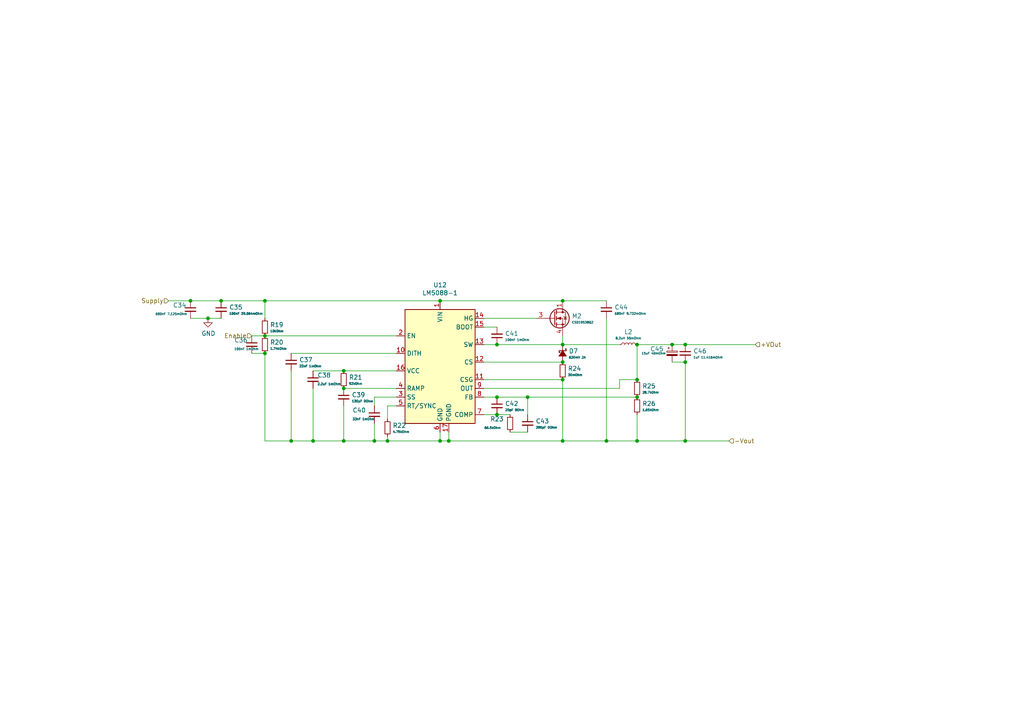
<source format=kicad_sch>
(kicad_sch (version 20211123) (generator eeschema)
  (paper "A4")
  (lib_symbols
    (symbol "Device:CP_Small" (pin_numbers hide) (pin_names (offset 0.254) hide)
      (property "Reference" "C" (at 0.254 1.778 0))
      (property "Value" "Device_CP_Small" (at 0.254 -2.032 0))
      (symbol "CP_Small_0_1"
        (rectangle (start -1.524 -0.3048) (end 1.524 -0.6858) (fill (type outline)))
        (rectangle (start -1.524 0.6858) (end 1.524 0.3048))
        (polyline (pts (xy -1.27 1.524) (xy -0.762 1.524)))
        (polyline (pts (xy -1.016 1.27) (xy -1.016 1.778)))
      )
      (symbol "CP_Small_1_1"
        (pin passive line (at 0 2.54 270) (length 1.8542) (name "~") (number "1"))
        (pin passive line (at 0 -2.54 90) (length 1.8542) (name "~") (number "2"))
      )
    )
    (symbol "Device:C_Small" (pin_numbers hide) (pin_names (offset 0.254) hide)
      (property "Reference" "C" (at 0.254 1.778 0))
      (property "Value" "C_Small" (at 0.254 -2.032 0))
      (symbol "C_Small_0_1"
        (polyline (pts (xy -1.524 -0.508) (xy 1.524 -0.508)) (stroke (width 0.3302)))
        (polyline (pts (xy -1.524 0.508) (xy 1.524 0.508)) (stroke (width 0.3048)))
      )
      (symbol "C_Small_1_1"
        (pin passive line (at 0 2.54 270) (length 2.032) (name "~") (number "1"))
        (pin passive line (at 0 -2.54 90) (length 2.032) (name "~") (number "2"))
      )
    )
    (symbol "Device:D_Schottky_Small_ALT" (pin_numbers hide) (pin_names (offset 0.254) hide)
      (property "Reference" "D" (at -1.27 2.032 0))
      (property "Value" "Device_D_Schottky_Small_ALT" (at -7.112 -2.032 0))
      (symbol "D_Schottky_Small_ALT_0_1"
        (polyline (pts (xy -0.762 0) (xy 0.762 0)))
        (polyline (pts (xy 0.762 -1.016) (xy -0.762 0) (xy 0.762 1.016) (xy 0.762 -1.016)) (stroke (width 0.254)) (fill (type outline)))
        (polyline (pts (xy -1.27 0.762) (xy -1.27 1.016) (xy -0.762 1.016) (xy -0.762 -1.016) (xy -0.254 -1.016) (xy -0.254 -0.762)) (stroke (width 0.254)))
      )
      (symbol "D_Schottky_Small_ALT_1_1"
        (pin passive line (at -2.54 0 0) (length 1.778) (name "K") (number "1"))
        (pin passive line (at 2.54 0 180) (length 1.778) (name "A") (number "2"))
      )
    )
    (symbol "Device:L_Small" (pin_numbers hide) (pin_names (offset 0.254) hide)
      (property "Reference" "L" (at 0.762 1.016 0))
      (property "Value" "L_Small" (at 0.762 -1.016 0))
      (symbol "L_Small_0_1"
        (arc (start 0 -2.032) (mid 0.508 -1.524) (end 0 -1.016))
        (arc (start 0 -1.016) (mid 0.508 -0.508) (end 0 0))
        (arc (start 0 0) (mid 0.508 0.508) (end 0 1.016))
        (arc (start 0 1.016) (mid 0.508 1.524) (end 0 2.032))
      )
      (symbol "L_Small_1_1"
        (pin passive line (at 0 2.54 270) (length 0.508) (name "~") (number "1"))
        (pin passive line (at 0 -2.54 90) (length 0.508) (name "~") (number "2"))
      )
    )
    (symbol "Device:R_Small" (pin_numbers hide) (pin_names (offset 0.254) hide)
      (property "Reference" "R" (at 0.762 0.508 0))
      (property "Value" "R_Small" (at 0.762 -1.016 0))
      (symbol "R_Small_0_1"
        (rectangle (start -0.762 1.778) (end 0.762 -1.778) (stroke (width 0.2032)))
      )
      (symbol "R_Small_1_1"
        (pin passive line (at 0 2.54 270) (length 0.762) (name "~") (number "1"))
        (pin passive line (at 0 -2.54 90) (length 0.762) (name "~") (number "2"))
      )
    )
    (symbol "Regulator_Switching:LM5088-1"
      (property "Reference" "U" (at -8.89 16.51 0))
      (property "Value" "LM5088-1" (at 6.35 16.51 0))
      (symbol "LM5088-1_0_1"
        (rectangle (start -10.16 15.24) (end 10.16 -17.78) (stroke (width 0.254)) (fill (type background)))
      )
      (symbol "LM5088-1_1_1"
        (pin power_in line (at 0 17.78 270) (length 2.54) (name "VIN") (number "1"))
        (pin passive line (at -12.7 2.54 0) (length 2.54) (name "DITH") (number "10"))
        (pin passive line (at 12.7 -5.08 180) (length 2.54) (name "CSG") (number "11"))
        (pin input line (at 12.7 0 180) (length 2.54) (name "CS") (number "12"))
        (pin output line (at 12.7 5.08 180) (length 2.54) (name "SW") (number "13"))
        (pin output line (at 12.7 12.7 180) (length 2.54) (name "HG") (number "14"))
        (pin passive line (at 12.7 10.16 180) (length 2.54) (name "BOOT") (number "15"))
        (pin power_out line (at -12.7 -2.54 0) (length 2.54) (name "VCC") (number "16"))
        (pin passive line (at 2.54 -20.32 90) (length 2.54) (name "PGND") (number "17"))
        (pin input line (at -12.7 7.62 0) (length 2.54) (name "EN") (number "2"))
        (pin input line (at -12.7 -10.16 0) (length 2.54) (name "SS") (number "3"))
        (pin passive line (at -12.7 -7.62 0) (length 2.54) (name "RAMP") (number "4"))
        (pin passive line (at -12.7 -12.7 0) (length 2.54) (name "RT/SYNC") (number "5"))
        (pin power_in line (at 0 -20.32 90) (length 2.54) (name "GND") (number "6"))
        (pin passive line (at 12.7 -15.24 180) (length 2.54) (name "COMP") (number "7"))
        (pin input line (at 12.7 -10.16 180) (length 2.54) (name "FB") (number "8"))
        (pin input line (at 12.7 -7.62 180) (length 2.54) (name "OUT") (number "9"))
      )
    )
    (symbol "Transistor_FET:CSD16301Q2" (pin_names hide)
      (property "Reference" "Q" (at 5.08 1.905 0))
      (property "Value" "CSD16301Q2" (at 5.08 0 0))
      (symbol "CSD16301Q2_0_1"
        (polyline (pts (xy 0.254 0) (xy -2.54 0)))
        (polyline (pts (xy 0.254 1.905) (xy 0.254 -1.905)) (stroke (width 0.254)))
        (polyline (pts (xy 0.762 -1.27) (xy 0.762 -2.286)) (stroke (width 0.254)))
        (polyline (pts (xy 0.762 0.508) (xy 0.762 -0.508)) (stroke (width 0.254)))
        (polyline (pts (xy 0.762 2.286) (xy 0.762 1.27)) (stroke (width 0.254)))
        (polyline (pts (xy 2.54 2.54) (xy 2.54 1.778)))
        (polyline (pts (xy 2.54 -2.54) (xy 2.54 0) (xy 0.762 0)))
        (polyline (pts (xy 0.762 -1.778) (xy 3.302 -1.778) (xy 3.302 1.778) (xy 0.762 1.778)))
        (polyline (pts (xy 1.016 0) (xy 2.032 0.381) (xy 2.032 -0.381) (xy 1.016 0)) (fill (type outline)))
        (polyline (pts (xy 2.794 0.508) (xy 2.921 0.381) (xy 3.683 0.381) (xy 3.81 0.254)))
        (polyline (pts (xy 3.302 0.381) (xy 2.921 -0.254) (xy 3.683 -0.254) (xy 3.302 0.381)))
        (circle (center 1.651 0) (radius 2.794) (stroke (width 0.254)))
        (circle (center 2.54 -1.778) (radius 0.254) (fill (type outline)))
        (circle (center 2.54 1.778) (radius 0.254) (fill (type outline)))
      )
      (symbol "CSD16301Q2_1_1"
        (pin passive line (at 2.54 5.08 270) (length 2.54) (name "D") (number "1"))
        (pin passive line (at 2.54 5.08 270) (length 2.54) hide (name "D") (number "2"))
        (pin passive line (at -5.08 0 0) (length 2.54) (name "G") (number "3"))
        (pin passive line (at 2.54 -5.08 90) (length 2.54) (name "S") (number "4"))
        (pin passive line (at 2.54 5.08 270) (length 2.54) hide (name "D") (number "5"))
        (pin passive line (at 2.54 5.08 270) (length 2.54) hide (name "D") (number "6"))
        (pin passive line (at 2.54 -5.08 90) (length 2.54) hide (name "S") (number "7"))
        (pin passive line (at 2.54 5.08 270) (length 2.54) hide (name "D") (number "8"))
      )
    )
    (symbol "power:GND" (power) (pin_names (offset 0))
      (property "Value" "GND" (at 0 -3.81 0))
      (symbol "GND_0_1"
        (polyline (pts (xy 0 0) (xy 0 -1.27) (xy 1.27 -1.27) (xy 0 -2.54) (xy -1.27 -1.27) (xy 0 -1.27)))
      )
      (symbol "GND_1_1"
        (pin power_in line (at 0 0 270) (length 0) hide (name "GND") (number "1"))
      )
    )
  )
  (junction (at 99.695 112.649))
  (junction (at 108.585 127.889))
  (junction (at 55.245 87.249))
  (junction (at 163.195 87.249))
  (junction (at 76.835 102.489))
  (junction (at 76.835 97.409))
  (junction (at 184.785 115.189))
  (junction (at 144.145 115.189))
  (junction (at 112.395 127.889))
  (junction (at 184.785 110.109))
  (junction (at 184.785 127.889))
  (junction (at 127.635 127.889))
  (junction (at 99.695 107.569))
  (junction (at 198.755 105.029))
  (junction (at 175.895 127.889))
  (junction (at 60.325 92.329))
  (junction (at 64.135 87.249))
  (junction (at 184.785 99.949))
  (junction (at 163.195 105.029))
  (junction (at 194.945 99.949))
  (junction (at 99.695 127.889))
  (junction (at 163.195 99.949))
  (junction (at 144.145 99.949))
  (junction (at 163.195 110.109))
  (junction (at 198.755 127.889))
  (junction (at 127.635 87.249))
  (junction (at 90.805 127.889))
  (junction (at 84.455 127.889))
  (junction (at 76.835 87.249))
  (junction (at 163.195 127.889))
  (junction (at 130.175 127.889))
  (junction (at 153.035 115.189))
  (junction (at 198.755 99.949))
  (junction (at 144.145 120.269))
  (wire (pts (xy 144.145 115.189) (xy 153.035 115.189)))
  (wire (pts (xy 114.935 117.729) (xy 112.395 117.729)))
  (wire (pts (xy 184.785 120.269) (xy 184.785 127.889)))
  (wire (pts (xy 76.835 87.249) (xy 127.635 87.249)))
  (wire (pts (xy 99.695 117.729) (xy 99.695 127.889)))
  (wire (pts (xy 144.145 115.189) (xy 140.335 115.189)))
  (wire (pts (xy 198.755 105.029) (xy 198.755 127.889)))
  (wire (pts (xy 163.195 97.409) (xy 163.195 99.949)))
  (wire (pts (xy 60.325 92.329) (xy 64.135 92.329)))
  (wire (pts (xy 198.755 99.949) (xy 219.075 99.949)))
  (wire (pts (xy 99.695 107.569) (xy 90.805 107.569)))
  (wire (pts (xy 175.895 127.889) (xy 163.195 127.889)))
  (wire (pts (xy 112.395 117.729) (xy 112.395 121.539)))
  (wire (pts (xy 184.785 99.949) (xy 194.945 99.949)))
  (wire (pts (xy 163.195 99.949) (xy 179.705 99.949)))
  (wire (pts (xy 184.785 127.889) (xy 198.755 127.889)))
  (wire (pts (xy 55.245 92.329) (xy 60.325 92.329)))
  (wire (pts (xy 130.175 127.889) (xy 127.635 127.889)))
  (wire (pts (xy 114.935 107.569) (xy 99.695 107.569)))
  (wire (pts (xy 76.835 102.489) (xy 76.835 127.889)))
  (wire (pts (xy 108.585 127.889) (xy 99.695 127.889)))
  (wire (pts (xy 127.635 127.889) (xy 112.395 127.889)))
  (wire (pts (xy 76.835 97.409) (xy 114.935 97.409)))
  (wire (pts (xy 140.335 92.329) (xy 155.575 92.329)))
  (wire (pts (xy 127.635 125.349) (xy 127.635 127.889)))
  (wire (pts (xy 163.195 87.249) (xy 175.895 87.249)))
  (wire (pts (xy 184.785 110.109) (xy 179.705 110.109)))
  (wire (pts (xy 175.895 92.329) (xy 175.895 127.889)))
  (wire (pts (xy 175.895 127.889) (xy 184.785 127.889)))
  (wire (pts (xy 163.195 110.109) (xy 163.195 127.889)))
  (wire (pts (xy 140.335 120.269) (xy 144.145 120.269)))
  (wire (pts (xy 114.935 115.189) (xy 108.585 115.189)))
  (wire (pts (xy 99.695 127.889) (xy 90.805 127.889)))
  (wire (pts (xy 76.835 87.249) (xy 64.135 87.249)))
  (wire (pts (xy 147.955 125.349) (xy 153.035 125.349)))
  (wire (pts (xy 112.395 127.889) (xy 108.585 127.889)))
  (wire (pts (xy 114.935 112.649) (xy 99.695 112.649)))
  (wire (pts (xy 84.455 127.889) (xy 76.835 127.889)))
  (wire (pts (xy 163.195 127.889) (xy 130.175 127.889)))
  (wire (pts (xy 140.335 94.869) (xy 144.145 94.869)))
  (wire (pts (xy 194.945 105.029) (xy 198.755 105.029)))
  (wire (pts (xy 153.035 115.189) (xy 184.785 115.189)))
  (wire (pts (xy 55.245 87.249) (xy 48.895 87.249)))
  (wire (pts (xy 130.175 125.349) (xy 130.175 127.889)))
  (wire (pts (xy 64.135 87.249) (xy 55.245 87.249)))
  (wire (pts (xy 108.585 115.189) (xy 108.585 117.729)))
  (wire (pts (xy 108.585 122.809) (xy 108.585 127.889)))
  (wire (pts (xy 153.035 115.189) (xy 153.035 120.269)))
  (wire (pts (xy 90.805 112.649) (xy 90.805 127.889)))
  (wire (pts (xy 84.455 107.569) (xy 84.455 127.889)))
  (wire (pts (xy 194.945 99.949) (xy 198.755 99.949)))
  (wire (pts (xy 76.835 92.329) (xy 76.835 87.249)))
  (wire (pts (xy 112.395 126.619) (xy 112.395 127.889)))
  (wire (pts (xy 90.805 127.889) (xy 84.455 127.889)))
  (wire (pts (xy 140.335 112.649) (xy 179.705 112.649)))
  (wire (pts (xy 179.705 110.109) (xy 179.705 112.649)))
  (wire (pts (xy 184.785 99.949) (xy 184.785 110.109)))
  (wire (pts (xy 144.145 99.949) (xy 163.195 99.949)))
  (wire (pts (xy 73.025 97.409) (xy 76.835 97.409)))
  (wire (pts (xy 144.145 120.269) (xy 147.955 120.269)))
  (wire (pts (xy 198.755 127.889) (xy 211.455 127.889)))
  (wire (pts (xy 140.335 105.029) (xy 163.195 105.029)))
  (wire (pts (xy 140.335 99.949) (xy 144.145 99.949)))
  (wire (pts (xy 73.025 102.489) (xy 76.835 102.489)))
  (wire (pts (xy 84.455 102.489) (xy 114.935 102.489)))
  (wire (pts (xy 163.195 87.249) (xy 127.635 87.249)))
  (wire (pts (xy 140.335 110.109) (xy 163.195 110.109)))
  (hierarchical_label "Enable" (shape input) (at 73.025 97.409 180))
  (hierarchical_label "+VOut" (shape input) (at 219.075 99.949 0))
  (hierarchical_label "Supply" (shape input) (at 48.895 87.249 180))
  (hierarchical_label "-Vout" (shape input) (at 211.455 127.889 0))
  (symbol (lib_id "Regulator_Switching:LM5088-1") (at 127.635 105.029 0) (unit 1)
    (property "Reference" "U12" (at 127.635 82.6516 0))
    (property "Value" "LM5088-1" (at 127.635 84.963 0))
    (property "Footprint" "Package_SO:HTSSOP-16-1EP_4.4x5mm_P0.65mm_EP3.4x5mm_Mask3x3mm_ThermalVias" (effects hide))
    (property "Datasheet" "http://www.ti.com/lit/ds/symlink/lm5088.pdf" (effects hide))
    (property "Webench Reference" "U1" (effects hide))
  )
  (symbol (lib_id "Device:C_Small") (at 55.245 89.789 0) (unit 1)
    (property "Reference" "C34" (at 50.165 88.519 0) (effects (justify left)))
    (property "Value" "680nF 7.125mOhm" (at 45.085 91.059 0) (effects (font (size 0.635 0.635)) (justify left)))
    (property "Footprint" "Capacitor_SMD:C_0805_2012Metric_Pad1.18x1.45mm_HandSolder" (effects hide))
    (property "Webench Reference" "Cin" (effects hide))
  )
  (symbol (lib_id "Device:C_Small") (at 64.135 89.789 0) (unit 1)
    (property "Reference" "C35" (at 66.4718 89.1286 0) (effects (justify left)))
    (property "Value" "100nF 39.064mOhm" (at 66.4718 90.9574 0) (effects (font (size 0.635 0.635)) (justify left)))
    (property "Footprint" "Capacitor_SMD:C_0805_2012Metric_Pad1.18x1.45mm_HandSolder" (effects hide))
    (property "Webench Reference" "Cinx" (effects hide))
  )
  (symbol (lib_id "power:GND") (at 60.325 92.329 0) (unit 1)
    (property "Reference" "#PWR0121" (effects hide))
    (property "Value" "GND" (at 60.452 96.7232 0))
  )
  (symbol (lib_id "Device:R_Small") (at 76.835 94.869 0) (unit 1)
    (property "Reference" "R19" (at 78.3336 94.2086 0) (effects (justify left)))
    (property "Value" "10kOhm" (at 78.3336 96.0374 0) (effects (font (size 0.635 0.635)) (justify left)))
    (property "Footprint" "Resistor_SMD:R_0805_2012Metric_Pad1.20x1.40mm_HandSolder" (effects hide))
    (property "Webench Reference" "Ruv2" (effects hide))
  )
  (symbol (lib_id "Device:R_Small") (at 76.835 99.949 0) (unit 1)
    (property "Reference" "R20" (at 78.3336 99.2886 0) (effects (justify left)))
    (property "Value" "1.74kOhm" (at 78.3336 101.1174 0) (effects (font (size 0.635 0.635)) (justify left)))
    (property "Footprint" "Resistor_SMD:R_0805_2012Metric_Pad1.20x1.40mm_HandSolder" (effects hide))
    (property "Webench Reference" "Ruv1" (effects hide))
  )
  (symbol (lib_id "Device:C_Small") (at 73.025 99.949 0) (unit 1)
    (property "Reference" "C36" (at 67.945 98.679 0) (effects (justify left)))
    (property "Value" "100nF 1mOhm" (at 67.945 101.219 0) (effects (font (size 0.635 0.635)) (justify left)))
    (property "Footprint" "Capacitor_SMD:C_0805_2012Metric_Pad1.18x1.45mm_HandSolder" (effects hide))
    (property "Webench Reference" "Cft" (effects hide))
  )
  (symbol (lib_id "Device:C_Small") (at 84.455 105.029 0) (unit 1)
    (property "Reference" "C37" (at 86.7918 104.3686 0) (effects (justify left)))
    (property "Value" "22nF 1mOhm" (at 86.7918 106.1974 0) (effects (font (size 0.635 0.635)) (justify left)))
    (property "Footprint" "Capacitor_SMD:C_0805_2012Metric_Pad1.18x1.45mm_HandSolder" (effects hide))
    (property "Webench Reference" "Cdthr" (effects hide))
  )
  (symbol (lib_id "Device:C_Small") (at 90.805 110.109 0) (unit 1)
    (property "Reference" "C38" (at 92.075 108.839 0) (effects (justify left)))
    (property "Value" "2.2uF 1mOhm" (at 92.075 111.379 0) (effects (font (size 0.635 0.635)) (justify left)))
    (property "Footprint" "Capacitor_SMD:C_0805_2012Metric_Pad1.18x1.45mm_HandSolder" (effects hide))
    (property "Webench Reference" "Cvcc" (effects hide))
  )
  (symbol (lib_id "Device:R_Small") (at 99.695 110.109 0) (unit 1)
    (property "Reference" "R21" (at 101.1936 109.4486 0) (effects (justify left)))
    (property "Value" "92kOhm" (at 101.1936 111.2774 0) (effects (font (size 0.635 0.635)) (justify left)))
    (property "Footprint" "Resistor_SMD:R_0805_2012Metric_Pad1.20x1.40mm_HandSolder" (effects hide))
    (property "Webench Reference" "Rramp" (effects hide))
  )
  (symbol (lib_id "Device:C_Small") (at 99.695 115.189 0) (unit 1)
    (property "Reference" "C39" (at 102.0318 114.5286 0) (effects (justify left)))
    (property "Value" "130pF 0Ohm" (at 102.0318 116.3574 0) (effects (font (size 0.635 0.635)) (justify left)))
    (property "Footprint" "Capacitor_SMD:C_0805_2012Metric_Pad1.18x1.45mm_HandSolder" (effects hide))
    (property "Webench Reference" "Cramp" (effects hide))
  )
  (symbol (lib_id "Device:R_Small") (at 112.395 124.079 0) (unit 1)
    (property "Reference" "R22" (at 113.8936 123.4186 0) (effects (justify left)))
    (property "Value" "4.75kOhm" (at 113.8936 125.2474 0) (effects (font (size 0.635 0.635)) (justify left)))
    (property "Footprint" "Resistor_SMD:R_0805_2012Metric_Pad1.20x1.40mm_HandSolder" (effects hide))
    (property "Webench Reference" "Rt" (effects hide))
  )
  (symbol (lib_id "Device:C_Small") (at 108.585 120.269 0) (unit 1)
    (property "Reference" "C40" (at 102.235 118.999 0) (effects (justify left)))
    (property "Value" "33nF 1mOhm" (at 102.235 121.539 0) (effects (font (size 0.635 0.635)) (justify left)))
    (property "Footprint" "Capacitor_SMD:C_0805_2012Metric_Pad1.18x1.45mm_HandSolder" (effects hide))
    (property "Webench Reference" "Css" (effects hide))
  )
  (symbol (lib_id "Device:C_Small") (at 144.145 117.729 0) (unit 1)
    (property "Reference" "C42" (at 146.4818 117.0686 0) (effects (justify left)))
    (property "Value" "20pF 0Ohm" (at 146.4818 118.8974 0) (effects (font (size 0.635 0.635)) (justify left)))
    (property "Footprint" "Capacitor_SMD:C_0805_2012Metric_Pad1.18x1.45mm_HandSolder" (effects hide))
    (property "Webench Reference" "Ccomp2" (effects hide))
  )
  (symbol (lib_id "Device:R_Small") (at 147.955 122.809 0) (unit 1)
    (property "Reference" "R23" (at 144.145 121.539 0))
    (property "Value" "66.5kOhm" (at 142.875 124.079 0) (effects (font (size 0.635 0.635))))
    (property "Footprint" "Resistor_SMD:R_0805_2012Metric_Pad1.20x1.40mm_HandSolder" (effects hide))
    (property "Webench Reference" "Rcomp" (effects hide))
  )
  (symbol (lib_id "Device:C_Small") (at 153.035 122.809 0) (unit 1)
    (property "Reference" "C43" (at 155.3718 122.1486 0) (effects (justify left)))
    (property "Value" "390pF 0Ohm" (at 155.3718 123.9774 0) (effects (font (size 0.635 0.635)) (justify left)))
    (property "Footprint" "Capacitor_SMD:C_0805_2012Metric_Pad1.18x1.45mm_HandSolder" (effects hide))
    (property "Webench Reference" "Ccomp1" (effects hide))
  )
  (symbol (lib_id "Device:R_Small") (at 163.195 107.569 0) (unit 1)
    (property "Reference" "R24" (at 164.6936 106.9086 0) (effects (justify left)))
    (property "Value" "30mOhm" (at 164.6936 108.7374 0) (effects (font (size 0.635 0.635)) (justify left)))
    (property "Footprint" "Resistor_SMD:R_1206_3216Metric_Pad1.30x1.75mm_HandSolder" (effects hide))
    (property "Webench Reference" "Rsense" (effects hide))
  )
  (symbol (lib_id "Device:D_Schottky_Small_ALT") (at 163.195 102.489 270) (unit 1)
    (property "Reference" "D7" (at 164.973 101.8286 90) (effects (justify left)))
    (property "Value" "620mV 2A" (at 164.973 103.6574 90) (effects (font (size 0.635 0.635)) (justify left)))
    (property "Footprint" "DD_Supply_HV_Module_1:SMP_DO-220AA" (effects hide))
    (property "Webench Reference" "D1" (effects hide))
  )
  (symbol (lib_id "Device:C_Small") (at 144.145 97.409 180) (unit 1)
    (property "Reference" "C41" (at 146.4818 96.7486 0) (effects (justify right)))
    (property "Value" "100nF 1mOhm" (at 146.4818 98.5774 0) (effects (font (size 0.635 0.635)) (justify right)))
    (property "Footprint" "Capacitor_SMD:C_0805_2012Metric_Pad1.18x1.45mm_HandSolder" (effects hide))
    (property "Webench Reference" "Cboot" (effects hide))
  )
  (symbol (lib_id "Transistor_FET:CSD16301Q2") (at 160.655 92.329 0) (unit 1)
    (property "Reference" "M2" (at 165.862 91.6686 0) (effects (justify left)))
    (property "Value" "CSD19538Q2" (at 165.862 93.4974 0) (effects (font (size 0.635 0.635)) (justify left)))
    (property "Footprint" "Package_SON:Texas_DQK" (effects hide))
    (property "Datasheet" "https://www.google.com/url?sa=t&rct=j&q=&esrc=s&source=web&cd=&ved=2ahUKEwi77_b3qpPvAhVtplkKHQiVBd0QFjAAegQIARAD&url=https%3A%2F%2Fwww.ti.com%2Flit%2Fgpn%2Fcsd19538q2&usg=AOvVaw0pjZjnuTnDaJZ9GAFuiup8" (effects hide))
    (property "Webench Reference" "M1" (effects hide))
  )
  (symbol (lib_id "Device:L_Small") (at 182.245 99.949 90) (unit 1)
    (property "Reference" "L2" (at 182.245 96.266 90))
    (property "Value" "8.2uH 55mOhm" (at 182.245 98.0948 90) (effects (font (size 0.635 0.635))))
    (property "Footprint" "Inductor_SMD:L_Bourns_SRN6045TA" (effects hide))
    (property "Webench Reference" "L1" (effects hide))
  )
  (symbol (lib_id "Device:R_Small") (at 184.785 112.649 0) (unit 1)
    (property "Reference" "R25" (at 186.2836 111.9886 0) (effects (justify left)))
    (property "Value" "28.7kOhm" (at 186.2836 113.8174 0) (effects (font (size 0.635 0.635)) (justify left)))
    (property "Footprint" "Resistor_SMD:R_0805_2012Metric_Pad1.20x1.40mm_HandSolder" (effects hide))
    (property "Webench Reference" "Rfbt" (effects hide))
  )
  (symbol (lib_id "Device:R_Small") (at 184.785 117.729 0) (unit 1)
    (property "Reference" "R26" (at 186.2836 117.0686 0) (effects (justify left)))
    (property "Value" "1.65kOhm" (at 186.2836 118.8974 0) (effects (font (size 0.635 0.635)) (justify left)))
    (property "Footprint" "Resistor_SMD:R_0805_2012Metric_Pad1.20x1.40mm_HandSolder" (effects hide))
    (property "Webench Reference" "Rfbb" (effects hide))
  )
  (symbol (lib_id "Device:CP_Small") (at 194.945 102.489 0) (unit 1)
    (property "Reference" "C45" (at 188.595 101.219 0) (effects (justify left)))
    (property "Value" "15uF 40mOhm" (at 186.055 102.489 0) (effects (font (size 0.635 0.635)) (justify left)))
    (property "Footprint" "Capacitor_SMD:CP_Elec_8x11.9" (effects hide))
    (property "Webench Reference" "Cout" (effects hide))
  )
  (symbol (lib_id "Device:C_Small") (at 198.755 102.489 0) (unit 1)
    (property "Reference" "C46" (at 201.0918 101.8286 0) (effects (justify left)))
    (property "Value" "1uF 11.416mOhm" (at 201.0918 103.6574 0) (effects (font (size 0.635 0.635)) (justify left)))
    (property "Footprint" "Capacitor_SMD:C_0805_2012Metric_Pad1.18x1.45mm_HandSolder" (effects hide))
    (property "Webench Reference" "Coutx" (effects hide))
  )
  (symbol (lib_id "Device:C_Small") (at 175.895 89.789 0) (unit 1)
    (property "Reference" "C44" (at 178.2318 89.1286 0) (effects (justify left)))
    (property "Value" "680nF 9.732mOhm" (at 178.2318 90.9574 0) (effects (font (size 0.635 0.635)) (justify left)))
    (property "Footprint" "Capacitor_SMD:C_0805_2012Metric_Pad1.18x1.45mm_HandSolder" (effects hide))
    (property "Webench Reference" "Cio" (effects hide))
  )
)
</source>
